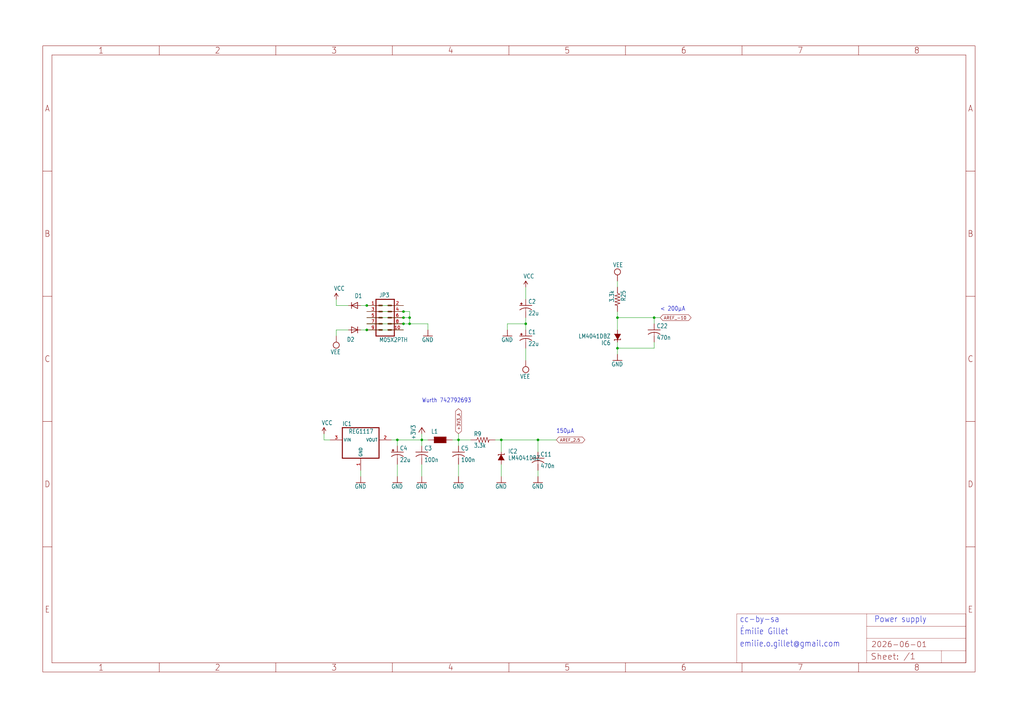
<source format=kicad_sch>
(kicad_sch (version 20230121) (generator eeschema)
  (paper "User" 425.45 298.45)
  (lib_symbols
    (symbol "peaks-eagle-import:+3V3" (power)
      (property "Value" "+3V3" (at -2.54 -5.08 90))
      (symbol "+3V3_1_0"
        (polyline (pts (xy 0 0) (xy -1.27 -1.905)) (stroke (width 0.254)))
        (polyline (pts (xy 1.27 -1.905) (xy 0 0)) (stroke (width 0.254)))
        (pin power_in line (at 0 -2.54 90) (length 2.54) (name "+3V3") (number "1"))
      )
    )
    (symbol "peaks-eagle-import:A3L-LOC"
      (symbol "A3L-LOC_1_0"
        (polyline (pts (xy 0 52.07) (xy 3.81 52.07)))
        (polyline (pts (xy 0 104.14) (xy 3.81 104.14)))
        (polyline (pts (xy 0 156.21) (xy 3.81 156.21)))
        (polyline (pts (xy 0 208.28) (xy 3.81 208.28)))
        (polyline (pts (xy 3.81 3.81) (xy 3.81 256.54)))
        (polyline (pts (xy 48.4188 0) (xy 48.4188 3.81)))
        (polyline (pts (xy 48.4188 256.54) (xy 48.4188 260.35)))
        (polyline (pts (xy 96.8375 0) (xy 96.8375 3.81)))
        (polyline (pts (xy 96.8375 256.54) (xy 96.8375 260.35)))
        (polyline (pts (xy 145.2563 0) (xy 145.2563 3.81)))
        (polyline (pts (xy 145.2563 256.54) (xy 145.2563 260.35)))
        (polyline (pts (xy 193.675 0) (xy 193.675 3.81)))
        (polyline (pts (xy 193.675 256.54) (xy 193.675 260.35)))
        (polyline (pts (xy 242.0938 0) (xy 242.0938 3.81)))
        (polyline (pts (xy 242.0938 256.54) (xy 242.0938 260.35)))
        (polyline (pts (xy 288.29 3.81) (xy 288.29 24.13)) (stroke (width 0.1016)))
        (polyline (pts (xy 288.29 3.81) (xy 342.265 3.81)) (stroke (width 0.1016)))
        (polyline (pts (xy 288.29 24.13) (xy 342.265 24.13)) (stroke (width 0.1016)))
        (polyline (pts (xy 290.5125 0) (xy 290.5125 3.81)))
        (polyline (pts (xy 290.5125 256.54) (xy 290.5125 260.35)))
        (polyline (pts (xy 338.9313 0) (xy 338.9313 3.81)))
        (polyline (pts (xy 338.9313 256.54) (xy 338.9313 260.35)))
        (polyline (pts (xy 342.265 3.81) (xy 373.38 3.81)) (stroke (width 0.1016)))
        (polyline (pts (xy 342.265 8.89) (xy 342.265 3.81)) (stroke (width 0.1016)))
        (polyline (pts (xy 342.265 8.89) (xy 342.265 13.97)) (stroke (width 0.1016)))
        (polyline (pts (xy 342.265 13.97) (xy 342.265 19.05)) (stroke (width 0.1016)))
        (polyline (pts (xy 342.265 13.97) (xy 383.54 13.97)) (stroke (width 0.1016)))
        (polyline (pts (xy 342.265 19.05) (xy 342.265 24.13)) (stroke (width 0.1016)))
        (polyline (pts (xy 342.265 19.05) (xy 383.54 19.05)) (stroke (width 0.1016)))
        (polyline (pts (xy 342.265 24.13) (xy 383.54 24.13)) (stroke (width 0.1016)))
        (polyline (pts (xy 373.38 3.81) (xy 373.38 8.89)) (stroke (width 0.1016)))
        (polyline (pts (xy 373.38 3.81) (xy 383.54 3.81)) (stroke (width 0.1016)))
        (polyline (pts (xy 373.38 8.89) (xy 342.265 8.89)) (stroke (width 0.1016)))
        (polyline (pts (xy 373.38 8.89) (xy 383.54 8.89)) (stroke (width 0.1016)))
        (polyline (pts (xy 383.54 3.81) (xy 3.81 3.81)))
        (polyline (pts (xy 383.54 3.81) (xy 383.54 8.89)) (stroke (width 0.1016)))
        (polyline (pts (xy 383.54 3.81) (xy 383.54 256.54)))
        (polyline (pts (xy 383.54 8.89) (xy 383.54 13.97)) (stroke (width 0.1016)))
        (polyline (pts (xy 383.54 13.97) (xy 383.54 19.05)) (stroke (width 0.1016)))
        (polyline (pts (xy 383.54 19.05) (xy 383.54 24.13)) (stroke (width 0.1016)))
        (polyline (pts (xy 383.54 52.07) (xy 387.35 52.07)))
        (polyline (pts (xy 383.54 104.14) (xy 387.35 104.14)))
        (polyline (pts (xy 383.54 156.21) (xy 387.35 156.21)))
        (polyline (pts (xy 383.54 208.28) (xy 387.35 208.28)))
        (polyline (pts (xy 383.54 256.54) (xy 3.81 256.54)))
        (polyline (pts (xy 0 0) (xy 387.35 0) (xy 387.35 260.35) (xy 0 260.35) (xy 0 0)))
        (text "${#}/${##}" (at 357.505 5.08 0) (effects (font (size 2.54 2.54)) (justify left bottom)))
        (text "${CURRENT_DATE}" (at 344.17 10.16 0) (effects (font (size 2.286 2.286)) (justify left bottom)))
        (text "${PROJECTNAME}" (at 344.17 15.24 0) (effects (font (size 2.54 2.54)) (justify left bottom)))
        (text "1" (at 24.2094 1.905 0) (effects (font (size 2.54 2.286))))
        (text "1" (at 24.2094 258.445 0) (effects (font (size 2.54 2.286))))
        (text "2" (at 72.6281 1.905 0) (effects (font (size 2.54 2.286))))
        (text "2" (at 72.6281 258.445 0) (effects (font (size 2.54 2.286))))
        (text "3" (at 121.0469 1.905 0) (effects (font (size 2.54 2.286))))
        (text "3" (at 121.0469 258.445 0) (effects (font (size 2.54 2.286))))
        (text "4" (at 169.4656 1.905 0) (effects (font (size 2.54 2.286))))
        (text "4" (at 169.4656 258.445 0) (effects (font (size 2.54 2.286))))
        (text "5" (at 217.8844 1.905 0) (effects (font (size 2.54 2.286))))
        (text "5" (at 217.8844 258.445 0) (effects (font (size 2.54 2.286))))
        (text "6" (at 266.3031 1.905 0) (effects (font (size 2.54 2.286))))
        (text "6" (at 266.3031 258.445 0) (effects (font (size 2.54 2.286))))
        (text "7" (at 314.7219 1.905 0) (effects (font (size 2.54 2.286))))
        (text "7" (at 314.7219 258.445 0) (effects (font (size 2.54 2.286))))
        (text "8" (at 363.1406 1.905 0) (effects (font (size 2.54 2.286))))
        (text "8" (at 363.1406 258.445 0) (effects (font (size 2.54 2.286))))
        (text "A" (at 1.905 234.315 0) (effects (font (size 2.54 2.286))))
        (text "A" (at 385.445 234.315 0) (effects (font (size 2.54 2.286))))
        (text "B" (at 1.905 182.245 0) (effects (font (size 2.54 2.286))))
        (text "B" (at 385.445 182.245 0) (effects (font (size 2.54 2.286))))
        (text "C" (at 1.905 130.175 0) (effects (font (size 2.54 2.286))))
        (text "C" (at 385.445 130.175 0) (effects (font (size 2.54 2.286))))
        (text "D" (at 1.905 78.105 0) (effects (font (size 2.54 2.286))))
        (text "D" (at 385.445 78.105 0) (effects (font (size 2.54 2.286))))
        (text "E" (at 1.905 26.035 0) (effects (font (size 2.54 2.286))))
        (text "E" (at 385.445 26.035 0) (effects (font (size 2.54 2.286))))
        (text "Sheet:" (at 343.916 4.953 0) (effects (font (size 2.54 2.54)) (justify left bottom)))
      )
    )
    (symbol "peaks-eagle-import:C-USC0603"
      (property "Reference" "C" (at 1.016 0.635 0))
      (symbol "C-USC0603_1_0"
        (arc (start 0 -1.0161) (mid -1.302 -1.2303) (end -2.4668 -1.8504) (stroke (width 0.254)))
        (polyline (pts (xy -2.54 0) (xy 2.54 0)) (stroke (width 0.254)))
        (polyline (pts (xy 0 -1.016) (xy 0 -2.54)) (stroke (width 0.1524)))
        (arc (start 2.4892 -1.8541) (mid 1.3158 -1.2194) (end 0 -1) (stroke (width 0.254)))
        (pin passive line (at 0 2.54 270) (length 2.54) (name "1") (number "1"))
        (pin passive line (at 0 -5.08 90) (length 2.54) (name "2") (number "2"))
      )
    )
    (symbol "peaks-eagle-import:CPOL-USC"
      (property "Reference" "C" (at 1.016 0.635 0))
      (symbol "CPOL-USC_1_0"
        (rectangle (start -2.253 0.668) (end -1.364 0.795) (fill (type outline)))
        (rectangle (start -1.872 0.287) (end -1.745 1.176) (fill (type outline)))
        (arc (start 0 -1.0161) (mid -1.3021 -1.2303) (end -2.4669 -1.8504) (stroke (width 0.254)))
        (polyline (pts (xy -2.54 0) (xy 2.54 0)) (stroke (width 0.254)))
        (polyline (pts (xy 0 -1.016) (xy 0 -2.54)) (stroke (width 0.1524)))
        (arc (start 2.4892 -1.8541) (mid 1.3158 -1.2194) (end 0 -1) (stroke (width 0.254)))
        (pin passive line (at 0 2.54 270) (length 2.54) (name "+") (number "+"))
        (pin passive line (at 0 -5.08 90) (length 2.54) (name "-") (number "-"))
      )
    )
    (symbol "peaks-eagle-import:DIODE-SOD123"
      (property "Reference" "D" (at 2.54 0.4826 0))
      (symbol "DIODE-SOD123_1_0"
        (polyline (pts (xy -1.27 -1.27) (xy 1.27 0)) (stroke (width 0.254)))
        (polyline (pts (xy -1.27 1.27) (xy -1.27 -1.27)) (stroke (width 0.254)))
        (polyline (pts (xy 1.27 0) (xy -1.27 1.27)) (stroke (width 0.254)))
        (polyline (pts (xy 1.27 0) (xy 1.27 -1.27)) (stroke (width 0.254)))
        (polyline (pts (xy 1.27 1.27) (xy 1.27 0)) (stroke (width 0.254)))
        (pin passive line (at -2.54 0 0) (length 2.54) (name "A") (number "A"))
        (pin passive line (at 2.54 0 180) (length 2.54) (name "C") (number "C"))
      )
    )
    (symbol "peaks-eagle-import:GND" (power)
      (property "Value" "GND" (at -2.54 -2.54 0))
      (symbol "GND_1_0"
        (polyline (pts (xy -1.905 0) (xy 1.905 0)) (stroke (width 0.254)))
        (pin power_in line (at 0 2.54 270) (length 2.54) (name "GND") (number "1"))
      )
    )
    (symbol "peaks-eagle-import:LM4041DBZ"
      (property "Reference" "IC" (at 2.794 1.905 0))
      (symbol "LM4041DBZ_1_0"
        (polyline (pts (xy -1.27 1.524) (xy -1.27 1.143)) (stroke (width 0.254)))
        (polyline (pts (xy 0 1.524) (xy -1.27 1.524)) (stroke (width 0.254)))
        (polyline (pts (xy 1.27 1.524) (xy 0 1.524)) (stroke (width 0.254)))
        (polyline (pts (xy 1.27 1.905) (xy 1.27 1.524)) (stroke (width 0.254)))
        (polyline (pts (xy 0 1.524) (xy -1.27 -0.762) (xy 1.27 -0.762)) (stroke (width 0.254)) (fill (type outline)))
        (pin passive line (at 0 2.54 270) (length 2.54) (name "C") (number "1"))
        (pin passive line (at 0 -2.54 90) (length 2.54) (name "A") (number "2"))
      )
    )
    (symbol "peaks-eagle-import:M05X2PTH"
      (property "Reference" "JP" (at -2.54 8.382 0))
      (symbol "M05X2PTH_1_0"
        (polyline (pts (xy -3.81 7.62) (xy -3.81 -7.62)) (stroke (width 0.4064)))
        (polyline (pts (xy -3.81 7.62) (xy 3.81 7.62)) (stroke (width 0.4064)))
        (polyline (pts (xy -1.27 -5.08) (xy -2.54 -5.08)) (stroke (width 0.6096)))
        (polyline (pts (xy -1.27 -2.54) (xy -2.54 -2.54)) (stroke (width 0.6096)))
        (polyline (pts (xy -1.27 0) (xy -2.54 0)) (stroke (width 0.6096)))
        (polyline (pts (xy -1.27 2.54) (xy -2.54 2.54)) (stroke (width 0.6096)))
        (polyline (pts (xy -1.27 5.08) (xy -2.54 5.08)) (stroke (width 0.6096)))
        (polyline (pts (xy 1.27 -5.08) (xy 2.54 -5.08)) (stroke (width 0.6096)))
        (polyline (pts (xy 1.27 -2.54) (xy 2.54 -2.54)) (stroke (width 0.6096)))
        (polyline (pts (xy 1.27 0) (xy 2.54 0)) (stroke (width 0.6096)))
        (polyline (pts (xy 1.27 2.54) (xy 2.54 2.54)) (stroke (width 0.6096)))
        (polyline (pts (xy 1.27 5.08) (xy 2.54 5.08)) (stroke (width 0.6096)))
        (polyline (pts (xy 3.81 -7.62) (xy -3.81 -7.62)) (stroke (width 0.4064)))
        (polyline (pts (xy 3.81 -7.62) (xy 3.81 7.62)) (stroke (width 0.4064)))
        (pin passive line (at -7.62 5.08 0) (length 5.08) (name "1") (number "1"))
        (pin passive line (at 7.62 -5.08 180) (length 5.08) (name "10") (number "10"))
        (pin passive line (at 7.62 5.08 180) (length 5.08) (name "2") (number "2"))
        (pin passive line (at -7.62 2.54 0) (length 5.08) (name "3") (number "3"))
        (pin passive line (at 7.62 2.54 180) (length 5.08) (name "4") (number "4"))
        (pin passive line (at -7.62 0 0) (length 5.08) (name "5") (number "5"))
        (pin passive line (at 7.62 0 180) (length 5.08) (name "6") (number "6"))
        (pin passive line (at -7.62 -2.54 0) (length 5.08) (name "7") (number "7"))
        (pin passive line (at 7.62 -2.54 180) (length 5.08) (name "8") (number "8"))
        (pin passive line (at -7.62 -5.08 0) (length 5.08) (name "9") (number "9"))
      )
    )
    (symbol "peaks-eagle-import:R-US_R0603"
      (property "Reference" "R" (at -3.81 1.4986 0))
      (symbol "R-US_R0603_1_0"
        (polyline (pts (xy -2.54 0) (xy -2.159 1.016)) (stroke (width 0.2032)))
        (polyline (pts (xy -2.159 1.016) (xy -1.524 -1.016)) (stroke (width 0.2032)))
        (polyline (pts (xy -1.524 -1.016) (xy -0.889 1.016)) (stroke (width 0.2032)))
        (polyline (pts (xy -0.889 1.016) (xy -0.254 -1.016)) (stroke (width 0.2032)))
        (polyline (pts (xy -0.254 -1.016) (xy 0.381 1.016)) (stroke (width 0.2032)))
        (polyline (pts (xy 0.381 1.016) (xy 1.016 -1.016)) (stroke (width 0.2032)))
        (polyline (pts (xy 1.016 -1.016) (xy 1.651 1.016)) (stroke (width 0.2032)))
        (polyline (pts (xy 1.651 1.016) (xy 2.286 -1.016)) (stroke (width 0.2032)))
        (polyline (pts (xy 2.286 -1.016) (xy 2.54 0)) (stroke (width 0.2032)))
        (pin passive line (at -5.08 0 0) (length 2.54) (name "1") (number "1"))
        (pin passive line (at 5.08 0 180) (length 2.54) (name "2") (number "2"))
      )
    )
    (symbol "peaks-eagle-import:REG1117"
      (property "Reference" "IC" (at -7.62 5.715 0))
      (symbol "REG1117_1_0"
        (polyline (pts (xy -7.62 -7.62) (xy 7.62 -7.62)) (stroke (width 0.4064)))
        (polyline (pts (xy -7.62 5.08) (xy -7.62 -7.62)) (stroke (width 0.4064)))
        (polyline (pts (xy 7.62 -7.62) (xy 7.62 5.08)) (stroke (width 0.4064)))
        (polyline (pts (xy 7.62 5.08) (xy -7.62 5.08)) (stroke (width 0.4064)))
        (pin power_in line (at 0 -12.7 90) (length 5.08) (name "GND") (number "1"))
        (pin output line (at 12.7 0 180) (length 5.08) (name "VOUT") (number "2"))
        (pin input line (at -12.7 0 0) (length 5.08) (name "VIN") (number "3"))
      )
    )
    (symbol "peaks-eagle-import:VCC" (power)
      (property "Value" "VCC" (at -1.016 3.556 0))
      (symbol "VCC_1_0"
        (polyline (pts (xy 0 2.54) (xy -0.762 1.27)) (stroke (width 0.254)))
        (polyline (pts (xy 0.762 1.27) (xy 0 2.54)) (stroke (width 0.254)))
        (pin power_in line (at 0 0 90) (length 2.54) (name "VCC") (number "1"))
      )
    )
    (symbol "peaks-eagle-import:VEE" (power)
      (property "Value" "VEE" (at -1.905 3.175 0))
      (symbol "VEE_1_0"
        (circle (center 0 1.27) (radius 1.27) (stroke (width 0.254)))
        (pin power_in line (at 0 -2.54 90) (length 2.54) (name "VEE") (number "1"))
      )
    )
    (symbol "peaks-eagle-import:WE-CBF_0603"
      (property "Reference" "L" (at -3.81 5.08 0))
      (symbol "WE-CBF_0603_1_0"
        (rectangle (start -2.54 1.27) (end 2.54 3.81) (fill (type outline)))
        (pin passive line (at -5.08 2.54 0) (length 2.54) (name "1") (number "1"))
        (pin passive line (at 5.08 2.54 180) (length 2.54) (name "2") (number "2"))
      )
    )
  )
  (junction (at 271.78 132.08))
  (junction (at 167.64 129.54))
  (junction (at 170.18 134.62))
  (junction (at 218.44 134.62))
  (junction (at 152.4 137.16))
  (junction (at 152.4 127))
  (junction (at 256.54 132.08))
  (junction (at 223.52 182.88))
  (junction (at 175.26 182.88))
  (junction (at 190.5 182.88))
  (junction (at 165.1 182.88))
  (junction (at 167.64 134.62))
  (junction (at 170.18 132.08))
  (junction (at 208.28 182.88))
  (junction (at 167.64 132.08))
  (junction (at 256.54 144.78))
  (wire (pts (xy 152.4 129.54) (xy 167.64 129.54)) (stroke (width 0.1524)))
  (wire (pts (xy 256.54 132.08) (xy 256.54 129.54)) (stroke (width 0.1524)))
  (wire (pts (xy 256.54 137.16) (xy 256.54 132.08)) (stroke (width 0.1524)))
  (wire (pts (xy 256.54 144.78) (xy 256.54 147.32)) (stroke (width 0.1524)))
  (wire (pts (xy 190.5 193.04) (xy 190.5 198.12)) (stroke (width 0.1524)))
  (wire (pts (xy 218.44 124.46) (xy 218.44 119.38)) (stroke (width 0.1524)))
  (wire (pts (xy 167.64 129.54) (xy 170.18 129.54)) (stroke (width 0.1524)))
  (wire (pts (xy 223.52 195.58) (xy 223.52 198.12)) (stroke (width 0.1524)))
  (wire (pts (xy 139.7 137.16) (xy 144.78 137.16)) (stroke (width 0.1524)))
  (wire (pts (xy 256.54 142.24) (xy 256.54 144.78)) (stroke (width 0.1524)))
  (wire (pts (xy 139.7 127) (xy 144.78 127)) (stroke (width 0.1524)))
  (wire (pts (xy 139.7 127) (xy 139.7 124.46)) (stroke (width 0.1524)))
  (wire (pts (xy 218.44 144.78) (xy 218.44 149.86)) (stroke (width 0.1524)))
  (wire (pts (xy 149.86 137.16) (xy 152.4 137.16)) (stroke (width 0.1524)))
  (wire (pts (xy 177.8 134.62) (xy 177.8 137.16)) (stroke (width 0.1524)))
  (wire (pts (xy 152.4 134.62) (xy 167.64 134.62)) (stroke (width 0.1524)))
  (wire (pts (xy 165.1 185.42) (xy 165.1 182.88)) (stroke (width 0.1524)))
  (wire (pts (xy 271.78 132.08) (xy 271.78 134.62)) (stroke (width 0.1524)))
  (wire (pts (xy 218.44 134.62) (xy 218.44 137.16)) (stroke (width 0.1524)))
  (wire (pts (xy 170.18 132.08) (xy 167.64 132.08)) (stroke (width 0.1524)))
  (wire (pts (xy 223.52 182.88) (xy 231.14 182.88)) (stroke (width 0.1524)))
  (wire (pts (xy 165.1 193.04) (xy 165.1 198.12)) (stroke (width 0.1524)))
  (wire (pts (xy 190.5 182.88) (xy 190.5 180.34)) (stroke (width 0.1524)))
  (wire (pts (xy 218.44 132.08) (xy 218.44 134.62)) (stroke (width 0.1524)))
  (wire (pts (xy 208.28 182.88) (xy 208.28 187.96)) (stroke (width 0.1524)))
  (wire (pts (xy 205.74 182.88) (xy 208.28 182.88)) (stroke (width 0.1524)))
  (wire (pts (xy 170.18 134.62) (xy 177.8 134.62)) (stroke (width 0.1524)))
  (wire (pts (xy 149.86 195.58) (xy 149.86 198.12)) (stroke (width 0.1524)))
  (wire (pts (xy 175.26 193.04) (xy 175.26 198.12)) (stroke (width 0.1524)))
  (wire (pts (xy 177.8 182.88) (xy 175.26 182.88)) (stroke (width 0.1524)))
  (wire (pts (xy 256.54 119.38) (xy 256.54 116.84)) (stroke (width 0.1524)))
  (wire (pts (xy 139.7 137.16) (xy 139.7 139.7)) (stroke (width 0.1524)))
  (wire (pts (xy 134.62 180.34) (xy 134.62 182.88)) (stroke (width 0.1524)))
  (wire (pts (xy 271.78 142.24) (xy 271.78 144.78)) (stroke (width 0.1524)))
  (wire (pts (xy 134.62 182.88) (xy 137.16 182.88)) (stroke (width 0.1524)))
  (wire (pts (xy 256.54 144.78) (xy 271.78 144.78)) (stroke (width 0.1524)))
  (wire (pts (xy 175.26 180.34) (xy 175.26 182.88)) (stroke (width 0.1524)))
  (wire (pts (xy 223.52 187.96) (xy 223.52 182.88)) (stroke (width 0.1524)))
  (wire (pts (xy 170.18 132.08) (xy 170.18 134.62)) (stroke (width 0.1524)))
  (wire (pts (xy 152.4 137.16) (xy 167.64 137.16)) (stroke (width 0.1524)))
  (wire (pts (xy 187.96 182.88) (xy 190.5 182.88)) (stroke (width 0.1524)))
  (wire (pts (xy 175.26 185.42) (xy 175.26 182.88)) (stroke (width 0.1524)))
  (wire (pts (xy 167.64 132.08) (xy 152.4 132.08)) (stroke (width 0.1524)))
  (wire (pts (xy 170.18 129.54) (xy 170.18 132.08)) (stroke (width 0.1524)))
  (wire (pts (xy 165.1 182.88) (xy 175.26 182.88)) (stroke (width 0.1524)))
  (wire (pts (xy 210.82 134.62) (xy 210.82 137.16)) (stroke (width 0.1524)))
  (wire (pts (xy 195.58 182.88) (xy 190.5 182.88)) (stroke (width 0.1524)))
  (wire (pts (xy 190.5 182.88) (xy 190.5 185.42)) (stroke (width 0.1524)))
  (wire (pts (xy 271.78 132.08) (xy 256.54 132.08)) (stroke (width 0.1524)))
  (wire (pts (xy 152.4 127) (xy 167.64 127)) (stroke (width 0.1524)))
  (wire (pts (xy 167.64 134.62) (xy 170.18 134.62)) (stroke (width 0.1524)))
  (wire (pts (xy 271.78 132.08) (xy 274.32 132.08)) (stroke (width 0.1524)))
  (wire (pts (xy 208.28 193.04) (xy 208.28 198.12)) (stroke (width 0.1524)))
  (wire (pts (xy 218.44 134.62) (xy 210.82 134.62)) (stroke (width 0.1524)))
  (wire (pts (xy 149.86 127) (xy 152.4 127)) (stroke (width 0.1524)))
  (wire (pts (xy 223.52 182.88) (xy 208.28 182.88)) (stroke (width 0.1524)))
  (wire (pts (xy 162.56 182.88) (xy 165.1 182.88)) (stroke (width 0.1524)))
  (text "Émilie Gillet" (at 307.34 264.16 0) (effects (font (size 2.54 2.159)) (justify left bottom)))
  (text "Power supply" (at 363.22 259.08 0) (effects (font (size 2.54 2.159)) (justify left bottom)))
  (text "< 200µA" (at 274.32 129.54 0) (effects (font (size 1.778 1.5113)) (justify left bottom)))
  (text "150µA" (at 231.14 180.34 0) (effects (font (size 1.778 1.5113)) (justify left bottom)))
  (text "Wurth 742792693" (at 175.26 167.64 0) (effects (font (size 1.778 1.5113)) (justify left bottom)))
  (text "cc-by-sa" (at 307.34 259.08 0) (effects (font (size 2.54 2.159)) (justify left bottom)))
  (text "emilie.o.gillet@gmail.com" (at 307.34 269.24 0) (effects (font (size 2.54 2.159)) (justify left bottom)))
  (global_label "+3V3_A" (shape bidirectional) (at 190.5 180.34 90) (effects (font (size 1.2446 1.2446))) (property "Intersheetrefs" "${INTERSHEET_REFS}" (effects hide)))
  (global_label "AREF_-10" (shape bidirectional) (at 274.32 132.08 0) (effects (font (size 1.2446 1.2446))) (property "Intersheetrefs" "${INTERSHEET_REFS}" (effects hide)))
  (global_label "AREF_2.5" (shape bidirectional) (at 231.14 182.88 0) (effects (font (size 1.2446 1.2446))) (property "Intersheetrefs" "${INTERSHEET_REFS}" (effects hide)))
  (symbol (lib_id "peaks-eagle-import:C-USC0603") (at 175.26 187.96 0) (unit 1)
    (property "Reference" "C3" (at 176.276 187.325 0) (effects (font (size 1.778 1.5113)) (justify left bottom)))
    (property "Value" "100n" (at 176.276 192.151 0) (effects (font (size 1.778 1.5113)) (justify left bottom)))
    (property "Footprint" "peaks:C0603" (effects hide))
  )
  (symbol (lib_id "peaks-eagle-import:R-US_R0603") (at 200.66 182.88 0) (unit 1)
    (property "Reference" "R9" (at 196.85 181.3814 0) (effects (font (size 1.778 1.5113)) (justify left bottom)))
    (property "Value" "3.3k" (at 196.85 186.182 0) (effects (font (size 1.778 1.5113)) (justify left bottom)))
    (property "Footprint" "peaks:R0603" (effects hide))
  )
  (symbol (lib_id "peaks-eagle-import:GND") (at 149.86 200.66 0) (unit 1)
    (property "Reference" "#GND034" (effects hide))
    (property "Value" "GND" (at 147.32 203.2 0) (effects (font (size 1.778 1.5113)) (justify left bottom)))
  )
  (symbol (lib_id "peaks-eagle-import:GND") (at 223.52 200.66 0) (unit 1)
    (property "Reference" "#GND041" (effects hide))
    (property "Value" "GND" (at 220.98 203.2 0) (effects (font (size 1.778 1.5113)) (justify left bottom)))
  )
  (symbol (lib_id "peaks-eagle-import:VEE") (at 256.54 114.3 0) (unit 1)
    (property "Reference" "#SUPPLY01" (effects hide))
    (property "Value" "VEE" (at 254.635 111.125 0) (effects (font (size 1.778 1.5113)) (justify left bottom)))
  )
  (symbol (lib_id "peaks-eagle-import:CPOL-USC") (at 218.44 139.7 0) (unit 1)
    (property "Reference" "C1" (at 219.456 139.065 0) (effects (font (size 1.778 1.5113)) (justify left bottom)))
    (property "Value" "22u" (at 219.456 143.891 0) (effects (font (size 1.778 1.5113)) (justify left bottom)))
    (property "Footprint" "peaks:PANASONIC_C" (effects hide))
  )
  (symbol (lib_id "peaks-eagle-import:GND") (at 208.28 200.66 0) (unit 1)
    (property "Reference" "#GND040" (effects hide))
    (property "Value" "GND" (at 205.74 203.2 0) (effects (font (size 1.778 1.5113)) (justify left bottom)))
  )
  (symbol (lib_id "peaks-eagle-import:REG1117") (at 149.86 182.88 0) (unit 1)
    (property "Reference" "IC1" (at 142.24 177.165 0) (effects (font (size 1.778 1.5113)) (justify left bottom)))
    (property "Value" "REG1117" (at 144.78 180.34 0) (effects (font (size 1.778 1.5113)) (justify left bottom)))
    (property "Footprint" "peaks:SOT223" (effects hide))
  )
  (symbol (lib_id "peaks-eagle-import:GND") (at 177.8 139.7 0) (unit 1)
    (property "Reference" "#GND023" (effects hide))
    (property "Value" "GND" (at 175.26 142.24 0) (effects (font (size 1.778 1.5113)) (justify left bottom)))
  )
  (symbol (lib_id "peaks-eagle-import:GND") (at 210.82 139.7 0) (unit 1)
    (property "Reference" "#GND024" (effects hide))
    (property "Value" "GND" (at 208.28 142.24 0) (effects (font (size 1.778 1.5113)) (justify left bottom)))
  )
  (symbol (lib_id "peaks-eagle-import:DIODE-SOD123") (at 147.32 137.16 0) (unit 1)
    (property "Reference" "D2" (at 147.32 140.1826 0) (effects (font (size 1.778 1.5113)) (justify right top)))
    (property "Value" "1N5819HW" (effects hide))
    (property "Footprint" "peaks:SOD123" (effects hide))
  )
  (symbol (lib_id "peaks-eagle-import:GND") (at 190.5 200.66 0) (unit 1)
    (property "Reference" "#GND04" (effects hide))
    (property "Value" "GND" (at 187.96 203.2 0) (effects (font (size 1.778 1.5113)) (justify left bottom)))
  )
  (symbol (lib_id "peaks-eagle-import:CPOL-USC") (at 218.44 127 0) (unit 1)
    (property "Reference" "C2" (at 219.456 126.365 0) (effects (font (size 1.778 1.5113)) (justify left bottom)))
    (property "Value" "22u" (at 219.456 131.191 0) (effects (font (size 1.778 1.5113)) (justify left bottom)))
    (property "Footprint" "peaks:PANASONIC_C" (effects hide))
  )
  (symbol (lib_id "peaks-eagle-import:M05X2PTH") (at 160.02 132.08 0) (unit 1)
    (property "Reference" "JP3" (at 157.48 123.698 0) (effects (font (size 1.778 1.5113)) (justify left bottom)))
    (property "Value" "M05X2PTH" (at 157.48 142.24 0) (effects (font (size 1.778 1.5113)) (justify left bottom)))
    (property "Footprint" "peaks:AVR_ICSP" (effects hide))
  )
  (symbol (lib_id "peaks-eagle-import:C-USC0603") (at 223.52 190.5 0) (unit 1)
    (property "Reference" "C11" (at 224.536 189.865 0) (effects (font (size 1.778 1.5113)) (justify left bottom)))
    (property "Value" "470n" (at 224.536 194.691 0) (effects (font (size 1.778 1.5113)) (justify left bottom)))
    (property "Footprint" "peaks:C0603" (effects hide))
  )
  (symbol (lib_id "peaks-eagle-import:A3L-LOC") (at 17.78 279.4 0) (unit 1)
    (property "Reference" "#FRAME2" (effects hide))
    (property "Value" "A3L-LOC" (effects hide))
  )
  (symbol (lib_id "peaks-eagle-import:GND") (at 256.54 149.86 0) (unit 1)
    (property "Reference" "#GND069" (effects hide))
    (property "Value" "GND" (at 254 152.4 0) (effects (font (size 1.778 1.5113)) (justify left bottom)))
  )
  (symbol (lib_id "peaks-eagle-import:CPOL-USC") (at 165.1 187.96 0) (unit 1)
    (property "Reference" "C4" (at 166.116 187.325 0) (effects (font (size 1.778 1.5113)) (justify left bottom)))
    (property "Value" "22u" (at 166.116 192.151 0) (effects (font (size 1.778 1.5113)) (justify left bottom)))
    (property "Footprint" "peaks:PANASONIC_C" (effects hide))
  )
  (symbol (lib_id "peaks-eagle-import:C-USC0603") (at 190.5 187.96 0) (unit 1)
    (property "Reference" "C5" (at 191.516 187.325 0) (effects (font (size 1.778 1.5113)) (justify left bottom)))
    (property "Value" "100n" (at 191.516 192.151 0) (effects (font (size 1.778 1.5113)) (justify left bottom)))
    (property "Footprint" "peaks:C0603" (effects hide))
  )
  (symbol (lib_id "peaks-eagle-import:+3V3") (at 175.26 177.8 0) (unit 1)
    (property "Reference" "#+3V01" (effects hide))
    (property "Value" "+3V3" (at 172.72 182.88 90) (effects (font (size 1.778 1.5113)) (justify left bottom)))
  )
  (symbol (lib_id "peaks-eagle-import:GND") (at 175.26 200.66 0) (unit 1)
    (property "Reference" "#GND036" (effects hide))
    (property "Value" "GND" (at 172.72 203.2 0) (effects (font (size 1.778 1.5113)) (justify left bottom)))
  )
  (symbol (lib_id "peaks-eagle-import:LM4041DBZ") (at 256.54 139.7 180) (unit 1)
    (property "Reference" "IC6" (at 253.746 141.605 0) (effects (font (size 1.778 1.5113)) (justify left bottom)))
    (property "Value" "LM4041DBZ" (at 253.746 138.811 0) (effects (font (size 1.778 1.5113)) (justify left bottom)))
    (property "Footprint" "peaks:DBZ_R-PDSO-G3" (effects hide))
  )
  (symbol (lib_id "peaks-eagle-import:VEE") (at 139.7 142.24 180) (unit 1)
    (property "Reference" "#SUPPLY02" (effects hide))
    (property "Value" "VEE" (at 141.605 145.415 0) (effects (font (size 1.778 1.5113)) (justify left bottom)))
  )
  (symbol (lib_id "peaks-eagle-import:VCC") (at 134.62 180.34 0) (unit 1)
    (property "Reference" "#P+08" (effects hide))
    (property "Value" "VCC" (at 133.604 176.784 0) (effects (font (size 1.778 1.5113)) (justify left bottom)))
  )
  (symbol (lib_id "peaks-eagle-import:DIODE-SOD123") (at 147.32 127 180) (unit 1)
    (property "Reference" "D1" (at 147.32 123.9774 0) (effects (font (size 1.778 1.5113)) (justify right top)))
    (property "Value" "1N5819HW" (effects hide))
    (property "Footprint" "peaks:SOD123" (effects hide))
  )
  (symbol (lib_id "peaks-eagle-import:C-USC0603") (at 271.78 137.16 0) (unit 1)
    (property "Reference" "C22" (at 272.796 136.525 0) (effects (font (size 1.778 1.5113)) (justify left bottom)))
    (property "Value" "470n" (at 272.796 141.351 0) (effects (font (size 1.778 1.5113)) (justify left bottom)))
    (property "Footprint" "peaks:C0603" (effects hide))
  )
  (symbol (lib_id "peaks-eagle-import:LM4041DBZ") (at 208.28 190.5 0) (unit 1)
    (property "Reference" "IC2" (at 211.074 188.595 0) (effects (font (size 1.778 1.5113)) (justify left bottom)))
    (property "Value" "LM4041DBZ" (at 211.074 191.389 0) (effects (font (size 1.778 1.5113)) (justify left bottom)))
    (property "Footprint" "peaks:DBZ_R-PDSO-G3" (effects hide))
  )
  (symbol (lib_id "peaks-eagle-import:R-US_R0603") (at 256.54 124.46 270) (unit 1)
    (property "Reference" "R25" (at 258.0386 120.65 0) (effects (font (size 1.778 1.5113)) (justify left bottom)))
    (property "Value" "3.3k" (at 253.238 120.65 0) (effects (font (size 1.778 1.5113)) (justify left bottom)))
    (property "Footprint" "peaks:R0603" (effects hide))
  )
  (symbol (lib_id "peaks-eagle-import:VEE") (at 218.44 152.4 180) (unit 1)
    (property "Reference" "#SUPPLY03" (effects hide))
    (property "Value" "VEE" (at 220.345 155.575 0) (effects (font (size 1.778 1.5113)) (justify left bottom)))
  )
  (symbol (lib_id "peaks-eagle-import:GND") (at 165.1 200.66 0) (unit 1)
    (property "Reference" "#GND035" (effects hide))
    (property "Value" "GND" (at 162.56 203.2 0) (effects (font (size 1.778 1.5113)) (justify left bottom)))
  )
  (symbol (lib_id "peaks-eagle-import:VCC") (at 139.7 124.46 0) (unit 1)
    (property "Reference" "#P+02" (effects hide))
    (property "Value" "VCC" (at 138.684 120.904 0) (effects (font (size 1.778 1.5113)) (justify left bottom)))
  )
  (symbol (lib_id "peaks-eagle-import:WE-CBF_0603") (at 182.88 185.42 0) (unit 1)
    (property "Reference" "L1" (at 179.07 180.34 0) (effects (font (size 1.778 1.5113)) (justify left bottom)))
    (property "Value" "WE-CBF_0603" (effects hide))
    (property "Footprint" "peaks:0603" (effects hide))
  )
  (symbol (lib_id "peaks-eagle-import:VCC") (at 218.44 119.38 0) (unit 1)
    (property "Reference" "#P+03" (effects hide))
    (property "Value" "VCC" (at 217.424 115.824 0) (effects (font (size 1.778 1.5113)) (justify left bottom)))
  )
)
</source>
